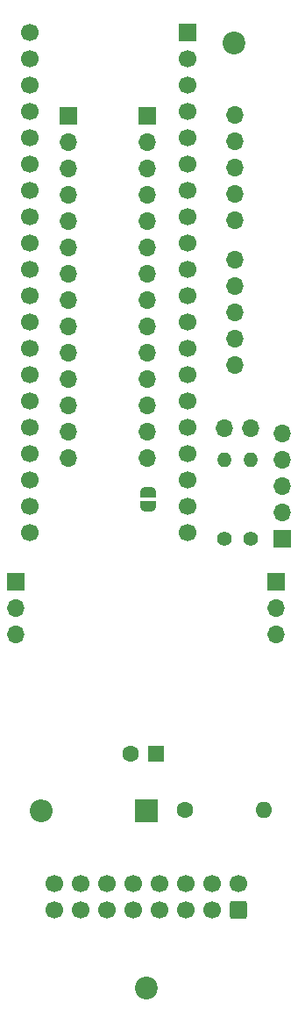
<source format=gbr>
%TF.GenerationSoftware,KiCad,Pcbnew,8.0.5*%
%TF.CreationDate,2024-12-21T15:11:58+00:00*%
%TF.ProjectId,EuroRackDaisy,4575726f-5261-4636-9b44-616973792e6b,rev?*%
%TF.SameCoordinates,Original*%
%TF.FileFunction,Soldermask,Bot*%
%TF.FilePolarity,Negative*%
%FSLAX46Y46*%
G04 Gerber Fmt 4.6, Leading zero omitted, Abs format (unit mm)*
G04 Created by KiCad (PCBNEW 8.0.5) date 2024-12-21 15:11:58*
%MOMM*%
%LPD*%
G01*
G04 APERTURE LIST*
G04 Aperture macros list*
%AMRoundRect*
0 Rectangle with rounded corners*
0 $1 Rounding radius*
0 $2 $3 $4 $5 $6 $7 $8 $9 X,Y pos of 4 corners*
0 Add a 4 corners polygon primitive as box body*
4,1,4,$2,$3,$4,$5,$6,$7,$8,$9,$2,$3,0*
0 Add four circle primitives for the rounded corners*
1,1,$1+$1,$2,$3*
1,1,$1+$1,$4,$5*
1,1,$1+$1,$6,$7*
1,1,$1+$1,$8,$9*
0 Add four rect primitives between the rounded corners*
20,1,$1+$1,$2,$3,$4,$5,0*
20,1,$1+$1,$4,$5,$6,$7,0*
20,1,$1+$1,$6,$7,$8,$9,0*
20,1,$1+$1,$8,$9,$2,$3,0*%
%AMFreePoly0*
4,1,19,0.500000,-0.750000,0.000000,-0.750000,0.000000,-0.744911,-0.071157,-0.744911,-0.207708,-0.704816,-0.327430,-0.627875,-0.420627,-0.520320,-0.479746,-0.390866,-0.500000,-0.250000,-0.500000,0.250000,-0.479746,0.390866,-0.420627,0.520320,-0.327430,0.627875,-0.207708,0.704816,-0.071157,0.744911,0.000000,0.744911,0.000000,0.750000,0.500000,0.750000,0.500000,-0.750000,0.500000,-0.750000,
$1*%
%AMFreePoly1*
4,1,19,0.000000,0.744911,0.071157,0.744911,0.207708,0.704816,0.327430,0.627875,0.420627,0.520320,0.479746,0.390866,0.500000,0.250000,0.500000,-0.250000,0.479746,-0.390866,0.420627,-0.520320,0.327430,-0.627875,0.207708,-0.704816,0.071157,-0.744911,0.000000,-0.744911,0.000000,-0.750000,-0.500000,-0.750000,-0.500000,0.750000,0.000000,0.750000,0.000000,0.744911,0.000000,0.744911,
$1*%
G04 Aperture macros list end*
%ADD10R,1.700000X1.700000*%
%ADD11O,1.700000X1.700000*%
%ADD12FreePoly0,270.000000*%
%ADD13FreePoly1,270.000000*%
%ADD14C,1.700000*%
%ADD15C,1.400000*%
%ADD16O,1.400000X1.400000*%
%ADD17C,2.200000*%
%ADD18R,2.200000X2.200000*%
%ADD19O,2.200000X2.200000*%
%ADD20C,1.600000*%
%ADD21O,1.600000X1.600000*%
%ADD22RoundRect,0.250000X0.600000X-0.600000X0.600000X0.600000X-0.600000X0.600000X-0.600000X-0.600000X0*%
%ADD23R,1.600000X1.600000*%
G04 APERTURE END LIST*
D10*
%TO.C,J9*%
X43180000Y-100833000D03*
D11*
X43180000Y-98293000D03*
X43180000Y-95753000D03*
X43180000Y-93213000D03*
X43180000Y-90673000D03*
%TD*%
D12*
%TO.C,JP1*%
X30226000Y-96378000D03*
D13*
X30226000Y-97678000D03*
%TD*%
D11*
%TO.C,J1*%
X40100000Y-90170000D03*
X37560000Y-90170000D03*
%TD*%
D10*
%TO.C,J8*%
X42570000Y-105000000D03*
D11*
X42570000Y-107540000D03*
X42570000Y-110080000D03*
%TD*%
%TO.C,J7*%
X38600000Y-73914000D03*
X38600000Y-76454000D03*
X38600000Y-78994000D03*
X38600000Y-81534000D03*
X38600000Y-84074000D03*
%TD*%
%TO.C,J4*%
X38600000Y-59944000D03*
X38600000Y-62484000D03*
X38600000Y-65024000D03*
X38600000Y-67564000D03*
X38600000Y-70104000D03*
%TD*%
D10*
%TO.C,A1*%
X34000000Y-52000000D03*
D14*
X34000000Y-54540000D03*
X34000000Y-57080000D03*
X34000000Y-59620000D03*
X34000000Y-62160000D03*
X34000000Y-64700000D03*
X34000000Y-67240000D03*
X34000000Y-69780000D03*
X34000000Y-72320000D03*
X34000000Y-74860000D03*
X34000000Y-77400000D03*
X34000000Y-79940000D03*
X34000000Y-82480000D03*
X34000000Y-85020000D03*
X34000000Y-87560000D03*
X34000000Y-90100000D03*
X34000000Y-92640000D03*
X34000000Y-95180000D03*
X34000000Y-97720000D03*
X34000000Y-100260000D03*
X18760000Y-100260000D03*
X18760000Y-97720000D03*
X18760000Y-95180000D03*
X18760000Y-92640000D03*
X18760000Y-90100000D03*
X18760000Y-87560000D03*
X18760000Y-85020000D03*
X18760000Y-82480000D03*
X18760000Y-79940000D03*
X18760000Y-77400000D03*
X18760000Y-74860000D03*
X18760000Y-72320000D03*
X18760000Y-69780000D03*
X18760000Y-67240000D03*
X18760000Y-64700000D03*
X18760000Y-62160000D03*
X18760000Y-59620000D03*
X18760000Y-57080000D03*
X18760000Y-54540000D03*
X18760000Y-52000000D03*
%TD*%
D15*
%TO.C,R3*%
X37592000Y-100838000D03*
D16*
X37592000Y-93218000D03*
%TD*%
D10*
%TO.C,J3*%
X22510000Y-60000000D03*
D11*
X22510000Y-62540000D03*
X22510000Y-65080000D03*
X22510000Y-67620000D03*
X22510000Y-70160000D03*
X22510000Y-72700000D03*
X22510000Y-75240000D03*
X22510000Y-77780000D03*
X22510000Y-80320000D03*
X22510000Y-82860000D03*
X22510000Y-85400000D03*
X22510000Y-87940000D03*
X22510000Y-90480000D03*
X22510000Y-93020000D03*
%TD*%
D17*
%TO.C,MK3*%
X38500000Y-53000000D03*
%TD*%
D15*
%TO.C,R2*%
X40132000Y-100838000D03*
D16*
X40132000Y-93218000D03*
%TD*%
D10*
%TO.C,J2*%
X30130000Y-60000000D03*
D11*
X30130000Y-62540000D03*
X30130000Y-65080000D03*
X30130000Y-67620000D03*
X30130000Y-70160000D03*
X30130000Y-72700000D03*
X30130000Y-75240000D03*
X30130000Y-77780000D03*
X30130000Y-80320000D03*
X30130000Y-82860000D03*
X30130000Y-85400000D03*
X30130000Y-87940000D03*
X30130000Y-90480000D03*
X30130000Y-93020000D03*
%TD*%
D17*
%TO.C,MK5*%
X30000000Y-144200000D03*
%TD*%
D18*
%TO.C,D1*%
X30010000Y-127040000D03*
D19*
X19850000Y-127040000D03*
%TD*%
D20*
%TO.C,R1*%
X33740000Y-127000000D03*
D21*
X41360000Y-127000000D03*
%TD*%
D10*
%TO.C,J6*%
X17430000Y-105000000D03*
D11*
X17430000Y-107540000D03*
X17430000Y-110080000D03*
%TD*%
D22*
%TO.C,J5*%
X38890000Y-136640000D03*
D14*
X38890000Y-134100000D03*
X36350000Y-136640000D03*
X36350000Y-134100000D03*
X33810000Y-136640000D03*
X33810000Y-134100000D03*
X31270000Y-136640000D03*
X31270000Y-134100000D03*
X28730000Y-136640000D03*
X28730000Y-134100000D03*
X26190000Y-136640000D03*
X26190000Y-134100000D03*
X23650000Y-136640000D03*
X23650000Y-134100000D03*
X21110000Y-136640000D03*
X21110000Y-134100000D03*
%TD*%
D23*
%TO.C,C1*%
X30970000Y-121560000D03*
D20*
X28470000Y-121560000D03*
%TD*%
M02*

</source>
